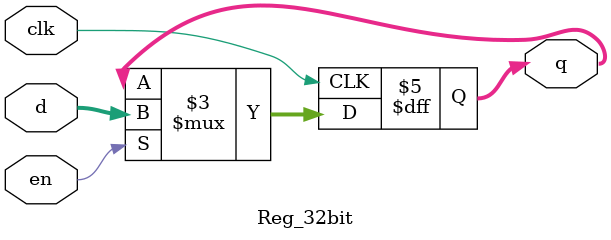
<source format=v>
`timescale 1ns / 1ps
module Reg_32bit(clk, en, d, q);
    
    input clk, en;
    input [31:0] d;
    
    output reg [31:0] q;
    
    always @(posedge clk) begin  
        if (en)
           q <= d;    
        else
           q <= q;
    end
    
endmodule

</source>
